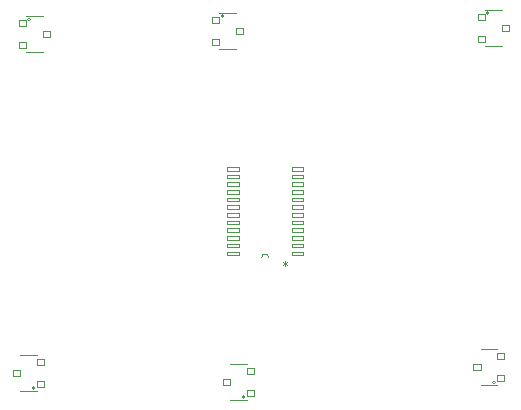
<source format=gm1>
G04 Layer_Color=16711935*
%FSLAX23Y23*%
%MOIN*%
G70*
G01*
G75*
%ADD24C,0.003*%
%ADD34C,0.001*%
D24*
X3792Y5098D02*
Y5116D01*
X3799Y5103D02*
X3785Y5112D01*
Y5103D02*
X3799Y5112D01*
D34*
X3738Y5127D02*
G03*
X3714Y5127I-12J0D01*
G01*
X2958Y4692D02*
G03*
X2958Y4692I-5J0D01*
G01*
X3658Y4662D02*
G03*
X3658Y4662I-5J0D01*
G01*
X4494Y4712D02*
G03*
X4494Y4712I-5J0D01*
G01*
X4473Y5942D02*
G03*
X4473Y5942I-5J0D01*
G01*
X3589Y5932D02*
G03*
X3589Y5932I-5J0D01*
G01*
X2944Y5922D02*
G03*
X2944Y5922I-5J0D01*
G01*
X3600Y5135D02*
X3638D01*
X3600D02*
Y5147D01*
X3638D01*
Y5135D02*
Y5147D01*
X3600Y5161D02*
X3638D01*
X3600D02*
Y5173D01*
X3638D01*
Y5161D02*
Y5173D01*
X3600Y5186D02*
X3638D01*
X3600D02*
Y5198D01*
X3638D01*
Y5186D02*
Y5198D01*
X3600Y5212D02*
X3638D01*
X3600D02*
Y5224D01*
X3638D01*
Y5212D02*
Y5224D01*
X3600Y5238D02*
X3638D01*
X3600D02*
Y5250D01*
X3638D01*
Y5238D02*
Y5250D01*
X3600Y5263D02*
X3638D01*
X3600D02*
Y5275D01*
X3638D01*
Y5263D02*
Y5275D01*
X3600Y5289D02*
X3638D01*
X3600D02*
Y5301D01*
X3638D01*
Y5289D02*
Y5301D01*
X3600Y5314D02*
X3638D01*
X3600D02*
Y5326D01*
X3638D01*
Y5314D02*
Y5326D01*
X3600Y5340D02*
X3638D01*
X3600D02*
Y5352D01*
X3638D01*
Y5340D02*
Y5352D01*
X3600Y5366D02*
X3638D01*
X3600D02*
Y5378D01*
X3638D01*
Y5366D02*
Y5378D01*
X3600Y5391D02*
X3638D01*
X3600D02*
Y5403D01*
X3638D01*
Y5391D02*
Y5403D01*
X3600Y5417D02*
X3638D01*
X3600D02*
Y5429D01*
X3638D01*
Y5417D02*
Y5429D01*
X3815D02*
X3852D01*
Y5417D02*
Y5429D01*
X3815Y5417D02*
X3852D01*
X3815D02*
Y5429D01*
Y5403D02*
X3852D01*
Y5391D02*
Y5403D01*
X3815Y5391D02*
X3852D01*
X3815D02*
Y5403D01*
Y5378D02*
X3852D01*
Y5366D02*
Y5378D01*
X3815Y5366D02*
X3852D01*
X3815D02*
Y5378D01*
Y5352D02*
X3852D01*
Y5340D02*
Y5352D01*
X3815Y5340D02*
X3852D01*
X3815D02*
Y5352D01*
Y5326D02*
X3852D01*
Y5314D02*
Y5326D01*
X3815Y5314D02*
X3852D01*
X3815D02*
Y5326D01*
Y5301D02*
X3852D01*
Y5289D02*
Y5301D01*
X3815Y5289D02*
X3852D01*
X3815D02*
Y5301D01*
Y5275D02*
X3852D01*
Y5263D02*
Y5275D01*
X3815Y5263D02*
X3852D01*
X3815D02*
Y5275D01*
Y5250D02*
X3852D01*
Y5238D02*
Y5250D01*
X3815Y5238D02*
X3852D01*
X3815D02*
Y5250D01*
Y5224D02*
X3852D01*
Y5212D02*
Y5224D01*
X3815Y5212D02*
X3852D01*
X3815D02*
Y5224D01*
Y5198D02*
X3852D01*
Y5186D02*
Y5198D01*
X3815Y5186D02*
X3852D01*
X3815D02*
Y5198D01*
Y5173D02*
X3852D01*
Y5161D02*
Y5173D01*
X3815Y5161D02*
X3852D01*
X3815D02*
Y5173D01*
Y5147D02*
X3852D01*
Y5135D02*
Y5147D01*
X3815Y5135D02*
X3852D01*
X3815D02*
Y5147D01*
X2908Y4682D02*
X2964D01*
X2908Y4802D02*
X2964D01*
X2884Y4732D02*
X2908D01*
X2884D02*
Y4752D01*
X2908D01*
Y4732D02*
Y4752D01*
X2964Y4790D02*
X2988D01*
Y4769D02*
Y4790D01*
X2964Y4769D02*
X2988D01*
X2964D02*
Y4790D01*
Y4714D02*
X2988D01*
Y4694D02*
Y4714D01*
X2964Y4694D02*
X2988D01*
X2964D02*
Y4714D01*
X3664Y4665D02*
Y4685D01*
Y4665D02*
X3688D01*
Y4685D01*
X3664D02*
X3688D01*
X3664Y4740D02*
Y4760D01*
Y4740D02*
X3688D01*
Y4760D01*
X3664D02*
X3688D01*
X3609Y4702D02*
Y4722D01*
X3584D02*
X3609D01*
X3584Y4702D02*
Y4722D01*
Y4702D02*
X3609D01*
Y4772D02*
X3664D01*
X3609Y4652D02*
X3664D01*
X4444Y4702D02*
X4498D01*
X4444Y4822D02*
X4498D01*
X4419Y4752D02*
X4444D01*
X4419D02*
Y4772D01*
X4444D01*
Y4752D02*
Y4772D01*
X4498Y4810D02*
X4523D01*
Y4790D02*
Y4810D01*
X4498Y4790D02*
X4523D01*
X4498D02*
Y4810D01*
Y4734D02*
X4523D01*
Y4714D02*
Y4734D01*
X4498Y4714D02*
X4523D01*
X4498D02*
Y4734D01*
X4458Y5919D02*
Y5939D01*
X4434D02*
X4458D01*
X4434Y5919D02*
Y5939D01*
Y5919D02*
X4458D01*
Y5845D02*
Y5865D01*
X4434D02*
X4458D01*
X4434Y5845D02*
Y5865D01*
Y5845D02*
X4458D01*
X4514Y5882D02*
Y5902D01*
Y5882D02*
X4538D01*
Y5902D01*
X4514D02*
X4538D01*
X4458Y5832D02*
X4514D01*
X4458Y5952D02*
X4514D01*
X3573Y5942D02*
X3628D01*
X3573Y5822D02*
X3628D01*
Y5892D02*
X3653D01*
Y5872D02*
Y5892D01*
X3628Y5872D02*
X3653D01*
X3628D02*
Y5892D01*
X3549Y5834D02*
X3573D01*
X3549D02*
Y5854D01*
X3573D01*
Y5834D02*
Y5854D01*
X3549Y5910D02*
X3573D01*
X3549D02*
Y5930D01*
X3573D01*
Y5910D02*
Y5930D01*
X2928Y5899D02*
Y5919D01*
X2904D02*
X2928D01*
X2904Y5899D02*
Y5919D01*
Y5899D02*
X2928D01*
Y5825D02*
Y5845D01*
X2904D02*
X2928D01*
X2904Y5825D02*
Y5845D01*
Y5825D02*
X2928D01*
X2984Y5862D02*
Y5882D01*
Y5862D02*
X3008D01*
Y5882D01*
X2984D02*
X3008D01*
X2928Y5812D02*
X2984D01*
X2928Y5932D02*
X2984D01*
M02*

</source>
